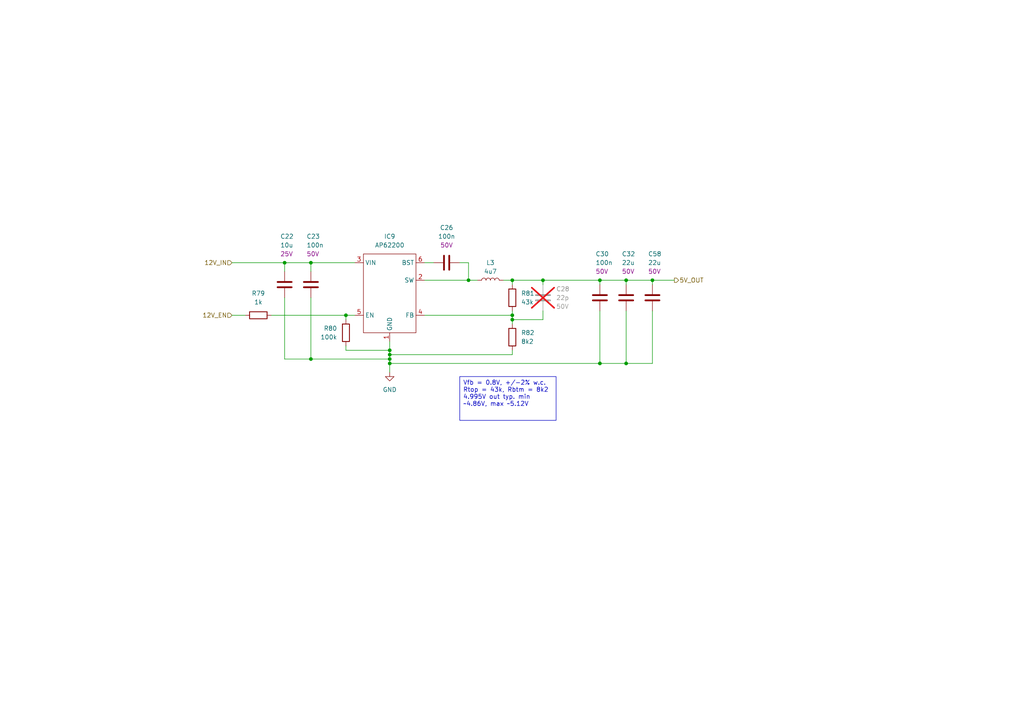
<source format=kicad_sch>
(kicad_sch (version 20250114) (generator "eeschema") (generator_version "9.0")
  (paper "A4")
  (title_block (title "12V to 5V conversion") (date "2025-07-19") (rev "1.3.1") (comment 1 "https://github.com/martinroger/VXDash") (comment 2 "https://cadlab.io/projects/vxdash"))
  (lib_symbols
    (symbol "VXDash_passives:Cap_MLCC" (pin_numbers (hide yes)) (pin_names (offset 0.254))
      (property "Reference" "C" (at 2.54 2.54 0))
      (property "Value" "Cap_MLCC" (at 2.54 0 0))
      (property "Voltage" "50V" (at 2.54 -2.54 0))
      (symbol "Cap_MLCC_0_1"
        (polyline (pts (xy -2.032 0.762) (xy 2.032 0.762)) (stroke (width 0.508)))
        (polyline (pts (xy -2.032 -0.762) (xy 2.032 -0.762)) (stroke (width 0.508)))
      )
      (symbol "Cap_MLCC_1_1"
        (pin passive line (at 0 3.81 270) (length 2.794) (name "~") (number "1"))
        (pin passive line (at 0 -3.81 90) (length 2.794) (name "~") (number "2"))
      )
    )
    (symbol "VXDash_passives:Ind" (pin_numbers (hide yes)) (pin_names (offset 1.016) (hide yes))
      (property "Reference" "L" (at -2.54 5.08 0))
      (property "Value" "Ind" (at -2.54 2.54 0))
      (symbol "Ind_0_1"
        (arc (start -2.54 0) (mid -1.905 0.6323) (end -1.27 0))
        (arc (start -1.27 0) (mid -0.635 0.6323) (end 0 0))
        (arc (start 0 0) (mid 0.635 0.6323) (end 1.27 0))
        (arc (start 1.27 0) (mid 1.905 0.6323) (end 2.54 0))
      )
      (symbol "Ind_1_1"
        (pin passive line (at -3.81 0 0) (length 1.27) (name "1") (number "1"))
        (pin passive line (at 3.81 0 180) (length 1.27) (name "2") (number "2"))
      )
    )
    (symbol "VXDash_passives:Res" (pin_numbers (hide yes)) (pin_names (offset 0))
      (property "Reference" "R" (at 1.27 1.27 0))
      (property "Value" "Res" (at 1.27 -1.27 0))
      (symbol "Res_0_1"
        (rectangle (start -1.016 -2.54) (end 1.016 2.54) (stroke (width 0.254)))
      )
      (symbol "Res_1_1"
        (pin passive line (at 0 3.81 270) (length 1.27) (name "~") (number "1"))
        (pin passive line (at 0 -3.81 90) (length 1.27) (name "~") (number "2"))
      )
    )
    (symbol "VXDash_regulators:AP62200"
      (property "Reference" "IC" (at 0 3.81 0))
      (property "Value" "AP62200" (at 0 1.27 0))
      (symbol "AP62200_0_0"
        (pin power_in line (at -10.16 -2.54 0) (length 2.54) (name "VIN") (number "3"))
        (pin input line (at -10.16 -17.78 0) (length 2.54) (name "EN") (number "5"))
        (pin power_in line (at 0 -25.4 90) (length 2.54) (name "GND") (number "1"))
        (pin input line (at 10.16 -2.54 180) (length 2.54) (name "BST") (number "6"))
        (pin output line (at 10.16 -7.62 180) (length 2.54) (name "SW") (number "2"))
        (pin input line (at 10.16 -17.78 180) (length 2.54) (name "FB") (number "4"))
      )
      (symbol "AP62200_0_1"
        (rectangle (start -7.62 0) (end 7.62 -22.86))
      )
    )
    (symbol "power:GND" (power) (pin_numbers (hide yes)) (pin_names (offset 0) (hide yes))
      (property "Value" "GND" (at 0 -3.81 0))
      (symbol "GND_0_1"
        (polyline (pts (xy 0 0) (xy 0 -1.27) (xy 1.27 -1.27) (xy 0 -2.54) (xy -1.27 -1.27) (xy 0 -1.27)))
      )
      (symbol "GND_1_1"
        (pin power_in line (at 0 0 270) (length 0) (name "~") (number "1"))
      )
    )
  )
  (text_box "Vfb = 0.8V, +/-2% w.c.\nRtop = 43k, Rbtm = 8k2\n4.995V out typ. min ~4.86V, max ~5.12V" (at 133.35 109.22 0) (size 27.94 12.7) (margins 0.9525 0.9525 0.9525 0.9525) (effects (font (size 1.27 1.27)) (justify left top)))
  (junction (at 90.17 76.2))
  (junction (at 113.03 104.14))
  (junction (at 148.59 91.44))
  (junction (at 181.61 105.41))
  (junction (at 135.89 81.28))
  (junction (at 181.61 81.28))
  (junction (at 173.99 81.28))
  (junction (at 100.33 91.44))
  (junction (at 157.48 81.28))
  (junction (at 148.59 81.28))
  (junction (at 189.23 81.28))
  (junction (at 113.03 102.87))
  (junction (at 113.03 101.6))
  (junction (at 90.17 104.14))
  (junction (at 113.03 105.41))
  (junction (at 148.59 92.71))
  (junction (at 82.55 76.2))
  (junction (at 173.99 105.41))
  (wire (pts (xy 82.55 104.14) (xy 90.17 104.14)))
  (wire (pts (xy 135.89 76.2) (xy 133.35 76.2)))
  (wire (pts (xy 67.31 91.44) (xy 71.12 91.44)))
  (wire (pts (xy 157.48 82.55) (xy 157.48 81.28)))
  (wire (pts (xy 113.03 102.87) (xy 113.03 104.14)))
  (wire (pts (xy 123.19 81.28) (xy 135.89 81.28)))
  (wire (pts (xy 148.59 92.71) (xy 148.59 93.98)))
  (wire (pts (xy 181.61 105.41) (xy 173.99 105.41)))
  (wire (pts (xy 90.17 76.2) (xy 102.87 76.2)))
  (wire (pts (xy 113.03 101.6) (xy 113.03 102.87)))
  (wire (pts (xy 173.99 90.17) (xy 173.99 105.41)))
  (wire (pts (xy 148.59 81.28) (xy 148.59 82.55)))
  (wire (pts (xy 78.74 91.44) (xy 100.33 91.44)))
  (wire (pts (xy 113.03 104.14) (xy 113.03 105.41)))
  (wire (pts (xy 100.33 101.6) (xy 113.03 101.6)))
  (wire (pts (xy 82.55 76.2) (xy 82.55 78.74)))
  (wire (pts (xy 90.17 76.2) (xy 90.17 78.74)))
  (wire (pts (xy 123.19 76.2) (xy 125.73 76.2)))
  (wire (pts (xy 90.17 86.36) (xy 90.17 104.14)))
  (wire (pts (xy 146.05 81.28) (xy 148.59 81.28)))
  (wire (pts (xy 148.59 102.87) (xy 113.03 102.87)))
  (wire (pts (xy 173.99 105.41) (xy 113.03 105.41)))
  (wire (pts (xy 67.31 76.2) (xy 82.55 76.2)))
  (wire (pts (xy 173.99 81.28) (xy 181.61 81.28)))
  (wire (pts (xy 135.89 81.28) (xy 138.43 81.28)))
  (wire (pts (xy 82.55 76.2) (xy 90.17 76.2)))
  (wire (pts (xy 148.59 91.44) (xy 148.59 92.71)))
  (wire (pts (xy 100.33 91.44) (xy 100.33 92.71)))
  (wire (pts (xy 90.17 104.14) (xy 113.03 104.14)))
  (wire (pts (xy 181.61 81.28) (xy 189.23 81.28)))
  (wire (pts (xy 189.23 105.41) (xy 181.61 105.41)))
  (wire (pts (xy 100.33 100.33) (xy 100.33 101.6)))
  (wire (pts (xy 148.59 101.6) (xy 148.59 102.87)))
  (wire (pts (xy 148.59 81.28) (xy 157.48 81.28)))
  (wire (pts (xy 100.33 91.44) (xy 102.87 91.44)))
  (wire (pts (xy 113.03 105.41) (xy 113.03 107.95)))
  (wire (pts (xy 148.59 90.17) (xy 148.59 91.44)))
  (wire (pts (xy 189.23 81.28) (xy 195.58 81.28)))
  (wire (pts (xy 181.61 81.28) (xy 181.61 82.55)))
  (wire (pts (xy 113.03 99.06) (xy 113.03 101.6)))
  (wire (pts (xy 82.55 86.36) (xy 82.55 104.14)))
  (wire (pts (xy 173.99 81.28) (xy 173.99 82.55)))
  (wire (pts (xy 189.23 90.17) (xy 189.23 105.41)))
  (wire (pts (xy 157.48 92.71) (xy 157.48 90.17)))
  (wire (pts (xy 157.48 81.28) (xy 173.99 81.28)))
  (wire (pts (xy 148.59 92.71) (xy 157.48 92.71)))
  (wire (pts (xy 181.61 90.17) (xy 181.61 105.41)))
  (wire (pts (xy 189.23 81.28) (xy 189.23 82.55)))
  (wire (pts (xy 148.59 91.44) (xy 123.19 91.44)))
  (wire (pts (xy 135.89 81.28) (xy 135.89 76.2)))
  (hierarchical_label "12V_IN" (shape input) (at 67.31 76.2 180))
  (hierarchical_label "5V_OUT" (shape output) (at 195.58 81.28 0))
  (hierarchical_label "12V_EN" (shape input) (at 67.31 91.44 180))
  (symbol (lib_id "power:GND") (at 113.03 107.95 0) (unit 1)
    (property "Reference" "#PWR012" (effects (hide yes)))
    (property "Value" "GND" (at 113.03 113.03 0))
    (property "Description" "Power symbol creates a global label with name \"GND\" , ground" (effects (hide yes)))
    (instances (project "" (path "" (reference "#PWR013") (unit 1)) (path "" (reference "#PWR012") (unit 1))))
  )
  (symbol (lib_id "VXDash_passives:Cap_MLCC") (at 157.48 86.36 0) (unit 1) (dnp yes)
    (property "Reference" "C18" (at 161.29 83.8199 0) (effects (justify left)))
    (property "Value" "22p" (at 161.29 86.3599 0) (effects (justify left)))
    (property "Footprint" "Capacitor_SMD:C_0402_1005Metric_Pad0.74x0.62mm_HandSolder" (effects (hide yes)))
    (property "Description" "Ceremic capacitor" (effects (hide yes)))
    (property "Voltage" "50V" (at 161.29 88.8999 0) (effects (justify left)))
    (property "Tol" "10%" (effects (hide yes)))
    (property "Dielectric" "C0G/NP0" (effects (hide yes)))
    (instances (project "VXDash" (path "" (reference "C28") (unit 1)) (path "" (reference "C18") (unit 1))))
  )
  (symbol (lib_id "VXDash_passives:Cap_MLCC") (at 90.17 82.55 0) (mirror x) (unit 1)
    (property "Reference" "C16" (at 88.9 68.58 0) (effects (justify left)))
    (property "Value" "100n" (at 88.9 71.12 0) (effects (justify left)))
    (property "Description" "Ceremic capacitor" (effects (hide yes)))
    (property "Dielectric" "X7R" (effects (hide yes)))
    (property "Tol" "10%" (effects (hide yes)))
    (property "Voltage" "50V" (at 88.9 73.66 0) (effects (justify left)))
    (instances (project "VXDash" (path "" (reference "C23") (unit 1)) (path "" (reference "C16") (unit 1))))
  )
  (symbol (lib_id "VXDash_passives:Cap_MLCC") (at 189.23 86.36 0) (unit 1)
    (property "Reference" "C21" (at 187.96 73.66 0) (effects (justify left)))
    (property "Value" "22u" (at 187.96 76.2 0) (effects (justify left)))
    (property "Footprint" "Capacitor_SMD:C_1206_3216Metric_Pad1.33x1.80mm_HandSolder" (effects (hide yes)))
    (property "Description" "Ceremic capacitor" (effects (hide yes)))
    (property "Voltage" "50V" (at 187.96 78.74 0) (effects (justify left)))
    (property "Tol" "10%" (effects (hide yes)))
    (property "Dielectric" "X7R" (effects (hide yes)))
    (instances (project "VXDash" (path "" (reference "C58") (unit 1)) (path "" (reference "C21") (unit 1))))
  )
  (symbol (lib_id "VXDash_passives:Cap_MLCC") (at 181.61 86.36 0) (unit 1)
    (property "Reference" "C20" (at 180.34 73.66 0) (effects (justify left)))
    (property "Value" "22u" (at 180.34 76.2 0) (effects (justify left)))
    (property "Footprint" "Capacitor_SMD:C_1206_3216Metric_Pad1.33x1.80mm_HandSolder" (effects (hide yes)))
    (property "Description" "Ceremic capacitor" (effects (hide yes)))
    (property "Voltage" "50V" (at 180.34 78.74 0) (effects (justify left)))
    (property "Tol" "10%" (effects (hide yes)))
    (property "Dielectric" "X7R" (effects (hide yes)))
    (instances (project "VXDash" (path "" (reference "C32") (unit 1)) (path "" (reference "C20") (unit 1))))
  )
  (symbol (lib_id "VXDash_regulators:AP62200") (at 113.03 73.66 0) (unit 1)
    (property "Reference" "IC8" (at 113.03 68.58 0))
    (property "Value" "AP62200" (at 113.03 71.12 0))
    (property "Footprint" "Package_TO_SOT_SMD:TSOT-23-6_HandSoldering" (effects (hide yes)))
    (property "Datasheet" "https://www.diodes.com/assets/Datasheets/AP62200_AP62201_AP62200T.pdf" (effects (hide yes)))
    (property "Description" "4.2V to 18V input, 2A low Iq Sync" (effects (hide yes)))
    (property "MFT" "Diodes Inc" (effects (hide yes)))
    (property "MFT_PN" "AP62200WU-7" (effects (hide yes)))
    (instances (project "VXDash" (path "" (reference "IC9") (unit 1)) (path "" (reference "IC8") (unit 1))))
  )
  (symbol (lib_id "VXDash_passives:Res") (at 74.93 91.44 90) (mirror x) (unit 1)
    (property "Reference" "R5" (at 74.93 85.09 90))
    (property "Value" "1k" (at 74.93 87.63 90))
    (property "Footprint" "Resistor_SMD:R_0603_1608Metric_Pad0.98x0.95mm_HandSolder" (effects (hide yes)))
    (property "Description" "Resistor" (effects (hide yes)))
    (property "Tol" "1%" (effects (hide yes)))
    (property "Power" "100mW" (effects (hide yes)))
    (instances (project "VXDash" (path "" (reference "R79") (unit 1)) (path "" (reference "R5") (unit 1))))
  )
  (symbol (lib_id "VXDash_passives:Ind") (at 142.24 81.28 0) (unit 1)
    (property "Reference" "L2" (at 142.24 76.2 0))
    (property "Value" "4u7" (at 142.24 78.74 0))
    (property "Footprint" "VXDash_inductors:Ind_5050" (effects (hide yes)))
    (property "Datasheet" "https://www.mouser.co.uk/datasheet/2/447/datasheet_bwvs_1722185903-3105860.pdf" (effects (hide yes)))
    (property "Description" "Inductor" (effects (hide yes)))
    (property "MFT" "Pulse Electronics" (effects (hide yes)))
    (property "MFT_PN" "BWVS005050404R7M00" (effects (hide yes)))
    (property "Irated" "3.2A" (effects (hide yes)))
    (property "Isat" "4.2A" (effects (hide yes)))
    (property "DCR" "32mOhm" (effects (hide yes)))
    (property "Tolerance" "20%" (effects (hide yes)))
    (instances (project "VXDash" (path "" (reference "L3") (unit 1)) (path "" (reference "L2") (unit 1))))
  )
  (symbol (lib_id "VXDash_passives:Cap_MLCC") (at 129.54 76.2 270) (mirror x) (unit 1)
    (property "Reference" "C17" (at 129.54 66.04 90))
    (property "Value" "100n" (at 129.54 68.58 90))
    (property "Description" "Ceremic capacitor" (effects (hide yes)))
    (property "Dielectric" "X7R" (effects (hide yes)))
    (property "Tol" "10%" (effects (hide yes)))
    (property "Voltage" "50V" (at 129.54 71.12 90))
    (instances (project "VXDash" (path "" (reference "C26") (unit 1)) (path "" (reference "C17") (unit 1))))
  )
  (symbol (lib_id "VXDash_passives:Cap_MLCC") (at 173.99 86.36 0) (mirror x) (unit 1)
    (property "Reference" "C19" (at 172.72 73.66 0) (effects (justify left)))
    (property "Value" "100n" (at 172.72 76.2 0) (effects (justify left)))
    (property "Description" "Ceremic capacitor" (effects (hide yes)))
    (property "Dielectric" "X7R" (effects (hide yes)))
    (property "Tol" "10%" (effects (hide yes)))
    (property "Voltage" "50V" (at 172.72 78.74 0) (effects (justify left)))
    (instances (project "VXDash" (path "" (reference "C30") (unit 1)) (path "" (reference "C19") (unit 1))))
  )
  (symbol (lib_id "VXDash_passives:Res") (at 148.59 97.79 0) (unit 1)
    (property "Reference" "R39" (at 151.13 96.5199 0) (effects (justify left)))
    (property "Value" "8k2" (at 151.13 99.0599 0) (effects (justify left)))
    (property "Footprint" "Resistor_SMD:R_0603_1608Metric_Pad0.98x0.95mm_HandSolder" (effects (hide yes)))
    (property "Description" "Resistor" (effects (hide yes)))
    (property "Tol" "1%" (effects (hide yes)))
    (property "Power" "100mW" (effects (hide yes)))
    (instances (project "VXDash" (path "" (reference "R82") (unit 1)) (path "" (reference "R39") (unit 1))))
  )
  (symbol (lib_id "VXDash_passives:Cap_MLCC") (at 82.55 82.55 0) (mirror x) (unit 1)
    (property "Reference" "C12" (at 81.28 68.58 0) (effects (justify left)))
    (property "Value" "10u" (at 81.28 71.12 0) (effects (justify left)))
    (property "Footprint" "Capacitor_SMD:C_1206_3216Metric_Pad1.33x1.80mm_HandSolder" (effects (hide yes)))
    (property "Description" "Ceremic capacitor" (effects (hide yes)))
    (property "Dielectric" "X7R" (effects (hide yes)))
    (property "Tol" "10%" (effects (hide yes)))
    (property "Voltage" "25V" (at 81.28 73.66 0) (effects (justify left)))
    (instances (project "VXDash" (path "" (reference "C22") (unit 1)) (path "" (reference "C12") (unit 1))))
  )
  (symbol (lib_id "VXDash_passives:Res") (at 100.33 96.52 0) (mirror y) (unit 1)
    (property "Reference" "R37" (at 97.79 95.2499 0) (effects (justify left)))
    (property "Value" "100k" (at 97.79 97.7899 0) (effects (justify left)))
    (property "Footprint" "Resistor_SMD:R_0603_1608Metric_Pad0.98x0.95mm_HandSolder" (effects (hide yes)))
    (property "Description" "Resistor" (effects (hide yes)))
    (property "Tol" "1%" (effects (hide yes)))
    (property "Power" "100mW" (effects (hide yes)))
    (instances (project "VXDash" (path "" (reference "R80") (unit 1)) (path "" (reference "R37") (unit 1))))
  )
  (symbol (lib_id "VXDash_passives:Res") (at 148.59 86.36 0) (unit 1)
    (property "Reference" "R38" (at 151.13 85.0899 0) (effects (justify left)))
    (property "Value" "43k" (at 151.13 87.6299 0) (effects (justify left)))
    (property "Footprint" "Resistor_SMD:R_0603_1608Metric_Pad0.98x0.95mm_HandSolder" (effects (hide yes)))
    (property "Description" "Resistor" (effects (hide yes)))
    (property "Tol" "1%" (effects (hide yes)))
    (property "Power" "100mW" (effects (hide yes)))
    (instances (project "VXDash" (path "" (reference "R81") (unit 1)) (path "" (reference "R38") (unit 1))))
  )
)
</source>
